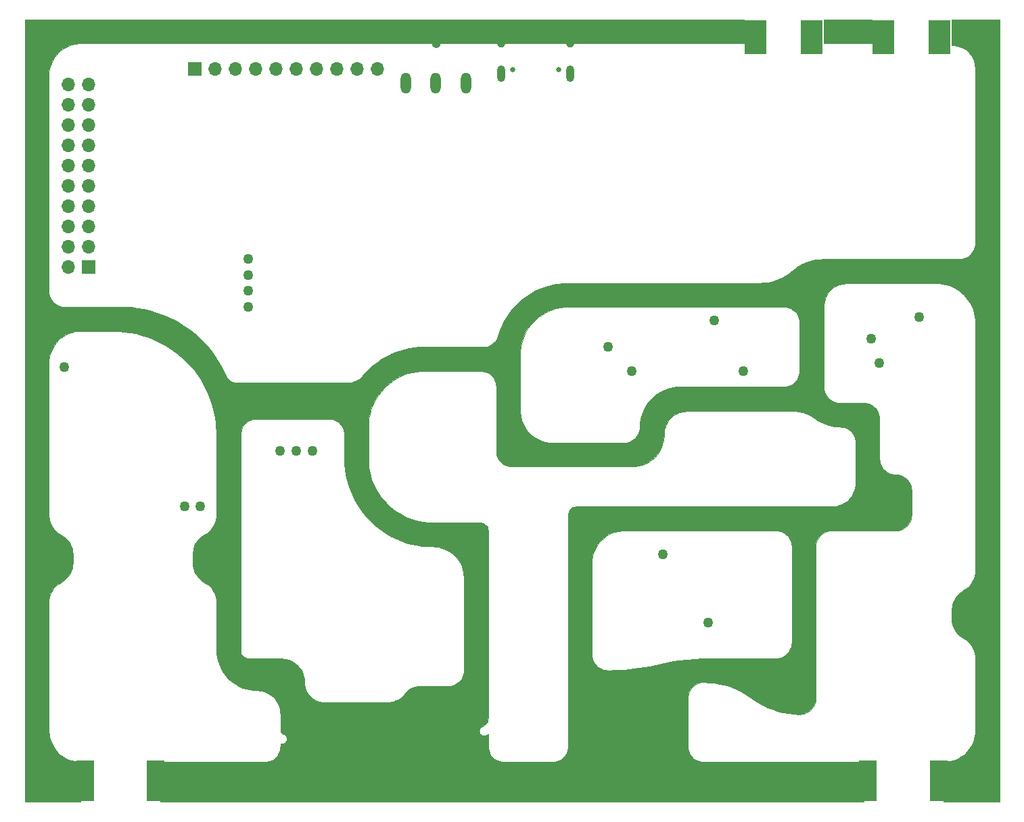
<source format=gbr>
%TF.GenerationSoftware,KiCad,Pcbnew,9.0.0*%
%TF.CreationDate,2025-02-25T23:04:32-05:00*%
%TF.ProjectId,VNA,564e412e-6b69-4636-9164-5f7063625858,rev?*%
%TF.SameCoordinates,PX535a28cPY8422900*%
%TF.FileFunction,Soldermask,Bot*%
%TF.FilePolarity,Negative*%
%FSLAX46Y46*%
G04 Gerber Fmt 4.6, Leading zero omitted, Abs format (unit mm)*
G04 Created by KiCad (PCBNEW 9.0.0) date 2025-02-25 23:04:32*
%MOMM*%
%LPD*%
G01*
G04 APERTURE LIST*
G04 Aperture macros list*
%AMRoundRect*
0 Rectangle with rounded corners*
0 $1 Rounding radius*
0 $2 $3 $4 $5 $6 $7 $8 $9 X,Y pos of 4 corners*
0 Add a 4 corners polygon primitive as box body*
4,1,4,$2,$3,$4,$5,$6,$7,$8,$9,$2,$3,0*
0 Add four circle primitives for the rounded corners*
1,1,$1+$1,$2,$3*
1,1,$1+$1,$4,$5*
1,1,$1+$1,$6,$7*
1,1,$1+$1,$8,$9*
0 Add four rect primitives between the rounded corners*
20,1,$1+$1,$2,$3,$4,$5,0*
20,1,$1+$1,$4,$5,$6,$7,0*
20,1,$1+$1,$6,$7,$8,$9,0*
20,1,$1+$1,$8,$9,$2,$3,0*%
G04 Aperture macros list end*
%ADD10C,0.100000*%
%ADD11R,1.700000X1.700000*%
%ADD12O,1.700000X1.700000*%
%ADD13C,0.650000*%
%ADD14O,1.000000X2.100000*%
%ADD15O,1.000000X1.800000*%
%ADD16R,2.286000X5.080000*%
%ADD17C,1.200000*%
%ADD18O,1.308000X2.616000*%
%ADD19R,2.667000X4.191000*%
%ADD20RoundRect,0.635000X0.000010X0.000010X-0.000010X0.000010X-0.000010X-0.000010X0.000010X-0.000010X0*%
%ADD21RoundRect,0.635000X-0.000010X-0.000010X0.000010X-0.000010X0.000010X0.000010X-0.000010X0.000010X0*%
G04 APERTURE END LIST*
D10*
X100018900Y92993600D02*
X106018900Y92993600D01*
X106018900Y95993600D01*
X100018900Y95993600D01*
X100018900Y92993600D01*
G36*
X100018900Y92993600D02*
G01*
X106018900Y92993600D01*
X106018900Y95993600D01*
X100018900Y95993600D01*
X100018900Y92993600D01*
G37*
X90018900Y92993600D02*
X81018900Y92993600D01*
X7018900Y92993600D01*
X6238539Y92916741D01*
X5857761Y92821361D01*
X5488166Y92689118D01*
X5133313Y92521285D01*
X4796619Y92319478D01*
X4481327Y92085642D01*
X4190473Y91822027D01*
X3926858Y91531173D01*
X3693022Y91215881D01*
X3491215Y90879187D01*
X3323382Y90524334D01*
X3191139Y90154739D01*
X3095759Y89773961D01*
X3038161Y89385669D01*
X3018900Y88993600D01*
X3018900Y61993600D01*
X3039257Y61708970D01*
X3099914Y61430135D01*
X3199636Y61162770D01*
X3336393Y60912318D01*
X3507401Y60683879D01*
X3709179Y60482101D01*
X3937618Y60311093D01*
X4188070Y60174336D01*
X4455435Y60074614D01*
X4734270Y60013957D01*
X5018900Y59993600D01*
X9018900Y59993600D01*
X11018900Y59993600D01*
X12556292Y60017720D01*
X13323765Y59968267D01*
X14087508Y59877955D01*
X14845347Y59747040D01*
X15595127Y59575895D01*
X16334712Y59365008D01*
X17061998Y59114978D01*
X17774915Y58826517D01*
X18471433Y58500446D01*
X19149570Y58137693D01*
X19807397Y57739292D01*
X20443040Y57306374D01*
X21054691Y56840173D01*
X21640608Y56342016D01*
X22199125Y55813321D01*
X22728651Y55255592D01*
X23227679Y54670416D01*
X23694789Y54059459D01*
X24128652Y53424461D01*
X24528032Y52767228D01*
X24891794Y52089631D01*
X25218900Y51393599D01*
X25218900Y51393600D01*
X25266350Y51292325D01*
X25318900Y51193600D01*
X25456272Y50993945D01*
X25626485Y50821431D01*
X25824278Y50681391D01*
X26043537Y50578151D01*
X26277488Y50514902D01*
X26518899Y50493600D01*
X26518900Y50493600D01*
X40318900Y50493600D01*
X40642700Y50505125D01*
X40962321Y50558238D01*
X41272446Y50652055D01*
X41567913Y50785015D01*
X41843804Y50954905D01*
X42095530Y51158899D01*
X42318900Y51393600D01*
X42735682Y51861805D01*
X43180884Y52303074D01*
X43652770Y52715684D01*
X44149496Y53098027D01*
X44669125Y53448611D01*
X45209629Y53766067D01*
X45659143Y53993600D01*
X62018900Y53993600D01*
X62018900Y51993600D01*
X62018900Y46993600D01*
X62095759Y46213239D01*
X62191139Y45832461D01*
X62323382Y45462866D01*
X62491215Y45108013D01*
X62693022Y44771319D01*
X62926858Y44456027D01*
X63190473Y44165173D01*
X63481327Y43901558D01*
X63796619Y43667722D01*
X64133313Y43465915D01*
X64488166Y43298082D01*
X64857761Y43165839D01*
X65238539Y43070459D01*
X65626831Y43012861D01*
X66018900Y42993600D01*
X75018900Y42993600D01*
X75303530Y43013957D01*
X75582365Y43074614D01*
X75849730Y43174336D01*
X76100182Y43311093D01*
X76328621Y43482101D01*
X76530399Y43683879D01*
X76701407Y43912318D01*
X76838164Y44162770D01*
X76937886Y44430135D01*
X76998543Y44708970D01*
X77018900Y44993600D01*
X77037927Y45429379D01*
X77094861Y45861841D01*
X77189271Y46287695D01*
X77320437Y46703701D01*
X77487361Y47106691D01*
X77688773Y47493600D01*
X77923140Y47861482D01*
X78188678Y48207538D01*
X78483366Y48529134D01*
X78804962Y48823822D01*
X79151018Y49089360D01*
X79518900Y49323727D01*
X79905809Y49525139D01*
X80308799Y49692063D01*
X80724805Y49823229D01*
X81150659Y49917639D01*
X81583121Y49974573D01*
X82018900Y49993600D01*
X95018900Y49993600D01*
X95303530Y50013957D01*
X95582365Y50074614D01*
X95849730Y50174336D01*
X96100182Y50311093D01*
X96328621Y50482101D01*
X96530399Y50683879D01*
X96701407Y50912318D01*
X96838164Y51162770D01*
X96937886Y51430135D01*
X96998543Y51708970D01*
X97018900Y51993600D01*
X97018900Y57993600D01*
X96998543Y58278230D01*
X96937886Y58557065D01*
X96838164Y58824430D01*
X96701407Y59074882D01*
X96530399Y59303321D01*
X96328621Y59505099D01*
X96100182Y59676107D01*
X95849730Y59812864D01*
X95582365Y59912586D01*
X95303530Y59973243D01*
X95018900Y59993600D01*
X75018900Y59993600D01*
X68018900Y59993600D01*
X67523424Y59973107D01*
X67031332Y59911768D01*
X66545987Y59810002D01*
X66070703Y59668503D01*
X65608727Y59488240D01*
X65163216Y59270443D01*
X64737211Y59016599D01*
X64333624Y58728443D01*
X63955211Y58407943D01*
X63604557Y58057289D01*
X63284057Y57678876D01*
X62995901Y57275289D01*
X62742057Y56849284D01*
X62524260Y56403773D01*
X62343997Y55941797D01*
X62202498Y55466513D01*
X62100732Y54981168D01*
X62039393Y54489076D01*
X62018900Y53993600D01*
X45659143Y53993600D01*
X45768900Y54049156D01*
X46344754Y54296774D01*
X46934946Y54507955D01*
X47537171Y54681875D01*
X48149080Y54817855D01*
X48768285Y54915364D01*
X49392370Y54974022D01*
X50018900Y54993600D01*
X57018900Y54993600D01*
X57570205Y54986671D01*
X57841431Y55039476D01*
X58102943Y55128716D01*
X58349870Y55252728D01*
X58577614Y55409203D01*
X58781934Y55595228D01*
X58959026Y55807337D01*
X59105591Y56041582D01*
X59218900Y56293600D01*
X59518900Y57093600D01*
X59751478Y57651519D01*
X60018900Y58193600D01*
X60666497Y59232273D01*
X61041383Y59716468D01*
X61448097Y60174253D01*
X61884784Y60603540D01*
X62349453Y61002371D01*
X62839983Y61368927D01*
X63354138Y61701536D01*
X63889572Y61998680D01*
X64443841Y62259004D01*
X65014419Y62481321D01*
X65598702Y62664616D01*
X66194025Y62808053D01*
X66527802Y62864963D01*
X66797672Y62910977D01*
X67406890Y62972921D01*
X68018900Y62993600D01*
X75018900Y62993600D01*
X92018900Y62993600D01*
X92503391Y63012923D01*
X92984804Y63070771D01*
X93460081Y63166777D01*
X93926202Y63300330D01*
X94380206Y63470581D01*
X94819208Y63676450D01*
X95240421Y63916628D01*
X95641166Y64189589D01*
X96018900Y64493600D01*
X96797379Y65070572D01*
X97218592Y65310750D01*
X97657594Y65516618D01*
X98111598Y65686870D01*
X98577719Y65820423D01*
X99052996Y65916428D01*
X99534409Y65974276D01*
X100018900Y65993600D01*
X117018900Y65993600D01*
X117303530Y66013957D01*
X117582365Y66074614D01*
X117849730Y66174336D01*
X118100182Y66311093D01*
X118328621Y66482101D01*
X118530399Y66683879D01*
X118701407Y66912318D01*
X118838164Y67162770D01*
X118937886Y67430135D01*
X118998543Y67708970D01*
X119018900Y67993600D01*
X119018900Y89793600D01*
X118943684Y90461163D01*
X118850550Y90784437D01*
X118721807Y91095251D01*
X118559073Y91389696D01*
X118364394Y91664069D01*
X118140220Y91914920D01*
X117889369Y92139094D01*
X117614996Y92333773D01*
X117320551Y92496507D01*
X117009737Y92625250D01*
X116686463Y92718384D01*
X116354793Y92774737D01*
X116018900Y92793600D01*
X116018900Y95993600D01*
X122018900Y95993600D01*
X122018900Y65993600D01*
X122018900Y-2006400D01*
X115018900Y-2006400D01*
X115018900Y2993600D01*
X115799261Y3070459D01*
X116180039Y3165839D01*
X116549634Y3298082D01*
X116904487Y3465915D01*
X117241181Y3667722D01*
X117556473Y3901558D01*
X117847327Y4165173D01*
X118110942Y4456027D01*
X118344778Y4771319D01*
X118546585Y5108013D01*
X118714418Y5462866D01*
X118846661Y5832461D01*
X118942041Y6213239D01*
X118999639Y6601531D01*
X119018900Y6993600D01*
X119018900Y15993600D01*
X118998493Y16333047D01*
X118937566Y16667604D01*
X118836996Y16992452D01*
X118698231Y17302912D01*
X118523272Y17594511D01*
X118314638Y17863048D01*
X118075334Y18104656D01*
X117808808Y18315855D01*
X117518899Y18493600D01*
X117518900Y18493600D01*
X117228991Y18671346D01*
X116962466Y18882544D01*
X116723162Y19124152D01*
X116514528Y19392690D01*
X116339569Y19684288D01*
X116200805Y19994748D01*
X116100235Y20319596D01*
X116039307Y20654153D01*
X116018900Y20993600D01*
X116018900Y21993600D01*
X116100234Y22667604D01*
X116200804Y22992452D01*
X116339568Y23302912D01*
X116514528Y23594511D01*
X116723162Y23863048D01*
X116962465Y24104656D01*
X117228991Y24315854D01*
X117518900Y24493600D01*
X117808809Y24671345D01*
X118075335Y24882544D01*
X118314638Y25124152D01*
X118523272Y25392690D01*
X118698231Y25684289D01*
X118836995Y25994748D01*
X118937565Y26319596D01*
X118998493Y26654154D01*
X119018900Y26993601D01*
X119018900Y57993600D01*
X118999873Y58429379D01*
X118942939Y58861841D01*
X118848529Y59287695D01*
X118717363Y59703701D01*
X118550439Y60106691D01*
X118349027Y60493600D01*
X118114660Y60861482D01*
X117849122Y61207538D01*
X117554434Y61529134D01*
X117232838Y61823822D01*
X116886782Y62089360D01*
X116518900Y62323727D01*
X116131991Y62525139D01*
X115729001Y62692063D01*
X115312995Y62823229D01*
X114887141Y62917639D01*
X114454679Y62974573D01*
X114018900Y62993600D01*
X103018900Y62993600D01*
X102351337Y62918384D01*
X102028063Y62825250D01*
X101717249Y62696507D01*
X101422804Y62533773D01*
X101148431Y62339094D01*
X100897580Y62114920D01*
X100673406Y61864069D01*
X100478727Y61589696D01*
X100315993Y61295251D01*
X100187250Y60984437D01*
X100094116Y60661163D01*
X100037763Y60329493D01*
X100018900Y59993600D01*
X100018900Y49993600D01*
X100039257Y49708970D01*
X100099914Y49430135D01*
X100199636Y49162770D01*
X100336393Y48912318D01*
X100507401Y48683879D01*
X100709179Y48482101D01*
X100937618Y48311093D01*
X101188070Y48174336D01*
X101455435Y48074614D01*
X101734270Y48013957D01*
X102018900Y47993600D01*
X105018900Y47993600D01*
X105303530Y47973243D01*
X105582365Y47912586D01*
X105849730Y47812864D01*
X106100182Y47676107D01*
X106328621Y47505099D01*
X106530399Y47303321D01*
X106701407Y47074882D01*
X106838164Y46824430D01*
X106937886Y46557065D01*
X106998543Y46278230D01*
X107018900Y45993600D01*
X107018900Y40993600D01*
X107039257Y40708970D01*
X107099914Y40430135D01*
X107199636Y40162770D01*
X107336393Y39912318D01*
X107507401Y39683879D01*
X107709179Y39482101D01*
X107937618Y39311093D01*
X108188070Y39174336D01*
X108455435Y39074614D01*
X108734270Y39013957D01*
X109018900Y38993600D01*
X109303530Y38973243D01*
X109582365Y38912586D01*
X109849730Y38812864D01*
X110100182Y38676107D01*
X110328621Y38505099D01*
X110530399Y38303321D01*
X110701407Y38074882D01*
X110838164Y37824430D01*
X110937886Y37557065D01*
X110998543Y37278230D01*
X111018900Y36993600D01*
X111018900Y33993600D01*
X110998543Y33708970D01*
X110937886Y33430135D01*
X110838164Y33162770D01*
X110701407Y32912318D01*
X110530399Y32683879D01*
X110328621Y32482101D01*
X110100182Y32311093D01*
X109849730Y32174336D01*
X109582365Y32074614D01*
X109303530Y32013957D01*
X109018900Y31993600D01*
X101018900Y31993600D01*
X100734270Y31973243D01*
X100455435Y31912586D01*
X100188070Y31812864D01*
X99937618Y31676107D01*
X99709179Y31505099D01*
X99507401Y31303321D01*
X99336393Y31074882D01*
X99199636Y30824430D01*
X99099914Y30557065D01*
X99039257Y30278230D01*
X99018900Y29993600D01*
X99018900Y17993600D01*
X99018900Y15993600D01*
X99018900Y10993600D01*
X98998543Y10708970D01*
X98937886Y10430135D01*
X98838164Y10162770D01*
X98701407Y9912318D01*
X98530399Y9683879D01*
X98328621Y9482101D01*
X98100182Y9311093D01*
X97849730Y9174336D01*
X97582365Y9074614D01*
X97303530Y9013957D01*
X97018900Y8993600D01*
X96310010Y9018758D01*
X95604686Y9094105D01*
X94906479Y9219262D01*
X94218900Y9393600D01*
X93621338Y9588565D01*
X93037274Y9820862D01*
X91918900Y10393600D01*
X91018900Y10993600D01*
X90490946Y11360843D01*
X89940733Y11693812D01*
X89370481Y11991160D01*
X88782495Y12251688D01*
X88179148Y12474344D01*
X87562877Y12658228D01*
X86936171Y12802597D01*
X86301561Y12906869D01*
X85661609Y12970623D01*
X85018900Y12993600D01*
X85018899Y12993600D01*
X84733892Y12974246D01*
X84454583Y12914327D01*
X84186716Y12815076D01*
X83935798Y12678532D01*
X83706989Y12507505D01*
X83504994Y12305510D01*
X83333967Y12076702D01*
X83197423Y11825784D01*
X83098172Y11557916D01*
X83038253Y11278607D01*
X83018900Y10993600D01*
X83018900Y7493600D01*
X83018900Y4993600D01*
X83039257Y4708970D01*
X83099914Y4430135D01*
X83199636Y4162770D01*
X83336393Y3912318D01*
X83507401Y3683879D01*
X83709179Y3482101D01*
X83937618Y3311093D01*
X84188070Y3174336D01*
X84455435Y3074614D01*
X84734270Y3013957D01*
X85018900Y2993600D01*
X105018900Y2993600D01*
X105018900Y-2006400D01*
X17018900Y-2006400D01*
X17018900Y2993600D01*
X30018900Y2993600D01*
X30303530Y3013957D01*
X30582365Y3074614D01*
X30849730Y3174336D01*
X31100182Y3311093D01*
X31328621Y3482101D01*
X31530399Y3683879D01*
X31701407Y3912318D01*
X31838164Y4162770D01*
X31937886Y4430135D01*
X31998543Y4708970D01*
X32018900Y4993600D01*
X32027800Y5307200D01*
X32117800Y5287200D01*
X32207800Y5277200D01*
X32287800Y5277200D01*
X32397800Y5307200D01*
X32547800Y5377200D01*
X32677800Y5487200D01*
X32767800Y5617200D01*
X32817800Y5767200D01*
X32827800Y5907200D01*
X32817800Y6037200D01*
X32757800Y6187200D01*
X32707800Y6267200D01*
X32567800Y6397200D01*
X32437800Y6477200D01*
X32307800Y6507200D01*
X32017800Y6747200D01*
X32018900Y8993600D01*
X32000037Y9329493D01*
X31943684Y9661163D01*
X31850550Y9984437D01*
X31721807Y10295251D01*
X31559073Y10589696D01*
X31364394Y10864069D01*
X31140220Y11114920D01*
X30889369Y11339094D01*
X30614996Y11533773D01*
X30320551Y11696507D01*
X30009737Y11825250D01*
X29686463Y11918384D01*
X29018901Y11993600D01*
X29018900Y11993600D01*
X28583121Y12012627D01*
X28150659Y12069561D01*
X27724805Y12163971D01*
X27308799Y12295137D01*
X26905809Y12462061D01*
X26518900Y12663473D01*
X26151018Y12897840D01*
X25804962Y13163378D01*
X25483366Y13458066D01*
X25188678Y13779662D01*
X24923140Y14125718D01*
X24688773Y14493600D01*
X24487361Y14880509D01*
X24320437Y15283499D01*
X24189271Y15699505D01*
X24094861Y16125359D01*
X24037927Y16557821D01*
X24018900Y16993600D01*
X24018900Y22993600D01*
X23998493Y23333047D01*
X23937566Y23667604D01*
X23836996Y23992452D01*
X23698231Y24302912D01*
X23523272Y24594511D01*
X23314638Y24863048D01*
X23075334Y25104656D01*
X22808808Y25315855D01*
X22518899Y25493600D01*
X22518900Y25493600D01*
X22228991Y25671346D01*
X21962466Y25882544D01*
X21723162Y26124152D01*
X21514528Y26392690D01*
X21339569Y26684288D01*
X21200805Y26994748D01*
X21100235Y27319596D01*
X21039307Y27654153D01*
X21018900Y27993600D01*
X21018900Y28993600D01*
X21100234Y29667604D01*
X21200804Y29992452D01*
X21339568Y30302912D01*
X21514528Y30594511D01*
X21723162Y30863048D01*
X21962465Y31104656D01*
X22228991Y31315854D01*
X22518900Y31493600D01*
X22808809Y31671345D01*
X23075335Y31882544D01*
X23314638Y32124152D01*
X23523272Y32392690D01*
X23698231Y32684289D01*
X23836995Y32994748D01*
X23937565Y33319596D01*
X23998493Y33654154D01*
X24018900Y33993601D01*
X24018900Y43993600D01*
X27018900Y43993600D01*
X27018900Y16993600D01*
X27095020Y16610917D01*
X27187430Y16438030D01*
X27311793Y16286493D01*
X27463330Y16162130D01*
X27636217Y16069720D01*
X27823810Y16012815D01*
X28018900Y15993600D01*
X32018900Y15993600D01*
X32686463Y15918384D01*
X33009737Y15825250D01*
X33320551Y15696507D01*
X33614996Y15533773D01*
X33889369Y15339094D01*
X34140220Y15114920D01*
X34364394Y14864069D01*
X34559073Y14589696D01*
X34721807Y14295251D01*
X34850550Y13984437D01*
X34943684Y13661163D01*
X35000037Y13329493D01*
X35018900Y12993600D01*
X35040288Y12667285D01*
X35104085Y12346552D01*
X35209201Y12036891D01*
X35353836Y11743600D01*
X35535517Y11471696D01*
X35751133Y11225833D01*
X35996996Y11010217D01*
X36268900Y10828536D01*
X36562191Y10683901D01*
X36871852Y10578785D01*
X37192585Y10514988D01*
X37518900Y10493600D01*
X40118900Y10493600D01*
X41018900Y10493600D01*
X45518900Y10493600D01*
X46173532Y10580830D01*
X46486484Y10688436D01*
X46782481Y10836434D01*
X47056337Y11022233D01*
X47303252Y11242575D01*
X47518900Y11493600D01*
X47981464Y11964968D01*
X48255319Y12150766D01*
X48551316Y12298764D01*
X48864268Y12406370D01*
X49188692Y12471697D01*
X49518901Y12493600D01*
X53018900Y12493600D01*
X53303530Y12513957D01*
X53582365Y12574614D01*
X53849730Y12674336D01*
X54100182Y12811093D01*
X54328621Y12982101D01*
X54530399Y13183879D01*
X54701407Y13412318D01*
X54838164Y13662770D01*
X54937886Y13930135D01*
X54998543Y14208970D01*
X55018900Y14493600D01*
X55018900Y25993600D01*
X54942041Y26773961D01*
X54846661Y27154739D01*
X54714418Y27524334D01*
X54546585Y27879187D01*
X54344778Y28215881D01*
X54110942Y28531173D01*
X53847327Y28822027D01*
X53556473Y29085642D01*
X53241181Y29319478D01*
X52904487Y29521285D01*
X52549634Y29689118D01*
X52180039Y29821361D01*
X51799261Y29916741D01*
X51410969Y29974339D01*
X51018900Y29993600D01*
X50268235Y30039007D01*
X49692997Y30073802D01*
X49036095Y30173781D01*
X48386428Y30313240D01*
X47746366Y30491670D01*
X47118246Y30708421D01*
X46504359Y30962702D01*
X45906945Y31253584D01*
X45328184Y31580006D01*
X44770188Y31940777D01*
X44234992Y32334582D01*
X43724551Y32759982D01*
X43240725Y33215425D01*
X42785282Y33699251D01*
X42359882Y34209692D01*
X41966077Y34744888D01*
X41605306Y35302884D01*
X41278884Y35881645D01*
X40988002Y36479059D01*
X40733721Y37092946D01*
X40516970Y37721066D01*
X40338540Y38361128D01*
X40199081Y39010795D01*
X40099102Y39667697D01*
X40038969Y40329437D01*
X40018900Y40993600D01*
X40018900Y43993600D01*
X39998543Y44278230D01*
X39937886Y44557065D01*
X39838164Y44824430D01*
X39745790Y44993600D01*
X43018900Y44993600D01*
X43018900Y40993600D01*
X43039283Y40422887D01*
X43100328Y39855081D01*
X43201725Y39293078D01*
X43342956Y38739740D01*
X43523302Y38197887D01*
X43741844Y37670280D01*
X43997468Y37159608D01*
X44288872Y36668473D01*
X44614570Y36199379D01*
X44972903Y35754714D01*
X45362046Y35336746D01*
X45780014Y34947603D01*
X46224679Y34589270D01*
X46693773Y34263572D01*
X47184908Y33972168D01*
X47695580Y33716544D01*
X48223187Y33498002D01*
X48765040Y33317656D01*
X49318378Y33176425D01*
X49880381Y33075028D01*
X50448187Y33013983D01*
X51018900Y32993600D01*
X57018900Y32993600D01*
X57401583Y32917480D01*
X57574470Y32825070D01*
X57726007Y32700707D01*
X57850370Y32549170D01*
X57942780Y32376283D01*
X57999685Y32188690D01*
X58018900Y31993600D01*
X58018900Y9493600D01*
X58018900Y8993600D01*
X58018900Y8493600D01*
X58000491Y8298173D01*
X57944082Y8110161D01*
X57851867Y7936878D01*
X57727433Y7785066D01*
X57575622Y7660632D01*
X57498757Y7619727D01*
X57497800Y7617200D01*
X57287800Y7467200D01*
X57167800Y7397200D01*
X57117800Y7357200D01*
X57047800Y7287200D01*
X56967800Y7177200D01*
X56917800Y7037200D01*
X56897800Y6897200D01*
X56917800Y6737200D01*
X56977800Y6597200D01*
X57057800Y6477200D01*
X57167800Y6387200D01*
X57297800Y6317200D01*
X57467800Y6287200D01*
X57687800Y6297200D01*
X57857800Y6377200D01*
X58017800Y6497200D01*
X58018900Y4993600D01*
X58039257Y4708970D01*
X58099914Y4430135D01*
X58199636Y4162770D01*
X58336393Y3912318D01*
X58507401Y3683879D01*
X58709179Y3482101D01*
X58937618Y3311093D01*
X59188070Y3174336D01*
X59455435Y3074614D01*
X59734270Y3013957D01*
X60018900Y2993600D01*
X66018900Y2993600D01*
X66303530Y3013957D01*
X66582365Y3074614D01*
X66849730Y3174336D01*
X67100182Y3311093D01*
X67328621Y3482101D01*
X67530399Y3683879D01*
X67701407Y3912318D01*
X67838164Y4162770D01*
X67937886Y4430135D01*
X67998543Y4708970D01*
X68018900Y4993600D01*
X68018900Y7493600D01*
X68018900Y27993600D01*
X71018900Y27993600D01*
X71018900Y16493600D01*
X71039257Y16208970D01*
X71099914Y15930135D01*
X71199636Y15662770D01*
X71336393Y15412318D01*
X71507401Y15183879D01*
X71709179Y14982101D01*
X71937618Y14811093D01*
X72188070Y14674336D01*
X72455435Y14574614D01*
X72734270Y14513957D01*
X73018900Y14493600D01*
X74084927Y14513657D01*
X75149444Y14573799D01*
X76210946Y14673940D01*
X78318900Y14993600D01*
X79718900Y15293600D01*
X80785203Y15524258D01*
X81860262Y15709876D01*
X82942175Y15850124D01*
X84822446Y15974060D01*
X85118900Y15993600D01*
X94018900Y15993600D01*
X94303530Y16013957D01*
X94582365Y16074614D01*
X94849730Y16174336D01*
X95100182Y16311093D01*
X95328621Y16482101D01*
X95530399Y16683879D01*
X95701407Y16912318D01*
X95838164Y17162770D01*
X95937886Y17430135D01*
X95998543Y17708970D01*
X96018900Y17993600D01*
X96018900Y29993600D01*
X95998543Y30278230D01*
X95937886Y30557065D01*
X95838164Y30824430D01*
X95701407Y31074882D01*
X95530399Y31303321D01*
X95328621Y31505099D01*
X95100182Y31676107D01*
X94849730Y31812864D01*
X94582365Y31912586D01*
X94303530Y31973243D01*
X94018900Y31993600D01*
X75018900Y31993600D01*
X74238539Y31916741D01*
X73857761Y31821361D01*
X73488166Y31689118D01*
X73133313Y31521285D01*
X72796619Y31319478D01*
X72481327Y31085642D01*
X72190473Y30822027D01*
X71926858Y30531173D01*
X71693022Y30215881D01*
X71491215Y29879187D01*
X71323382Y29524334D01*
X71191139Y29154739D01*
X71095759Y28773961D01*
X71038161Y28385669D01*
X71018900Y27993600D01*
X68018900Y27993600D01*
X68018900Y33993600D01*
X68095020Y34376283D01*
X68187430Y34549170D01*
X68311793Y34700707D01*
X68463330Y34825070D01*
X68636217Y34917480D01*
X68823810Y34974385D01*
X69018900Y34993600D01*
X96018900Y34993600D01*
X99018900Y34993600D01*
X101018900Y34993600D01*
X101686463Y35068816D01*
X102009737Y35161950D01*
X102320551Y35290693D01*
X102614996Y35453427D01*
X102889369Y35648106D01*
X103140220Y35872280D01*
X103364394Y36123131D01*
X103559073Y36397504D01*
X103721807Y36691949D01*
X103850550Y37002763D01*
X103943684Y37326037D01*
X104000037Y37657707D01*
X104018900Y37993600D01*
X104018900Y42993600D01*
X103998543Y43278230D01*
X103937886Y43557065D01*
X103838164Y43824430D01*
X103701407Y44074882D01*
X103530399Y44303321D01*
X103328621Y44505099D01*
X103100182Y44676107D01*
X102849730Y44812864D01*
X102582365Y44912586D01*
X102303530Y44973243D01*
X102018900Y44993600D01*
X101559904Y45014713D01*
X101322629Y45047640D01*
X101104783Y45077871D01*
X100657383Y45182543D01*
X100221480Y45327844D01*
X99800757Y45512547D01*
X99398765Y45735092D01*
X99018901Y45993600D01*
X99018900Y45993600D01*
X98237044Y46474653D01*
X97816320Y46659356D01*
X97380417Y46804657D01*
X96933017Y46909329D01*
X96477896Y46972488D01*
X96018900Y46993600D01*
X83018900Y46993600D01*
X82351337Y46918384D01*
X82028063Y46825250D01*
X81717249Y46696507D01*
X81422804Y46533773D01*
X81148431Y46339094D01*
X80897580Y46114920D01*
X80673406Y45864069D01*
X80478727Y45589696D01*
X80315993Y45295251D01*
X80187250Y44984437D01*
X80094116Y44661163D01*
X80037763Y44329493D01*
X80018900Y43993600D01*
X79942041Y43213239D01*
X79846661Y42832461D01*
X79714418Y42462866D01*
X79546585Y42108013D01*
X79344778Y41771319D01*
X79110942Y41456027D01*
X78847327Y41165173D01*
X78556473Y40901558D01*
X78241181Y40667722D01*
X77904487Y40465915D01*
X77549634Y40298082D01*
X77180039Y40165839D01*
X76799261Y40070459D01*
X76410969Y40012861D01*
X76018900Y39993600D01*
X61018900Y39993600D01*
X60734270Y40013957D01*
X60455435Y40074614D01*
X60188070Y40174336D01*
X59937618Y40311093D01*
X59709179Y40482101D01*
X59507401Y40683879D01*
X59336393Y40912318D01*
X59199636Y41162770D01*
X59099914Y41430135D01*
X59039257Y41708970D01*
X59018900Y41993600D01*
X59018900Y49993600D01*
X58998543Y50278230D01*
X58937886Y50557065D01*
X58838164Y50824430D01*
X58701407Y51074882D01*
X58530399Y51303321D01*
X58328621Y51505099D01*
X58100182Y51676107D01*
X57849730Y51812864D01*
X57582365Y51912586D01*
X57303530Y51973243D01*
X57018900Y51993600D01*
X50018900Y51993600D01*
X49495789Y51974027D01*
X48975604Y51915416D01*
X48461253Y51818095D01*
X47955614Y51682610D01*
X47461513Y51509716D01*
X46981714Y51300382D01*
X46518900Y51055778D01*
X46075660Y50777271D01*
X45654471Y50466420D01*
X45257691Y50124963D01*
X44887537Y49754809D01*
X44546080Y49358029D01*
X44235229Y48936840D01*
X43956722Y48493600D01*
X43712118Y48030786D01*
X43502784Y47550987D01*
X43329890Y47056886D01*
X43194405Y46551247D01*
X43097084Y46036896D01*
X43038473Y45516711D01*
X43018900Y44993600D01*
X39745790Y44993600D01*
X39701407Y45074882D01*
X39530399Y45303321D01*
X39328621Y45505099D01*
X39100182Y45676107D01*
X38849730Y45812864D01*
X38582365Y45912586D01*
X38303530Y45973243D01*
X38018900Y45993600D01*
X29018900Y45993600D01*
X28734270Y45973243D01*
X28455435Y45912586D01*
X28188070Y45812864D01*
X27937618Y45676107D01*
X27709179Y45505099D01*
X27507401Y45303321D01*
X27336393Y45074882D01*
X27199636Y44824430D01*
X27099914Y44557065D01*
X27039257Y44278230D01*
X27018900Y43993600D01*
X24018900Y43993600D01*
X23937159Y45449138D01*
X23835223Y46171181D01*
X23692963Y46886372D01*
X23510825Y47592462D01*
X23289383Y48287228D01*
X23029334Y48968485D01*
X22731495Y49634089D01*
X22396804Y50281946D01*
X22026315Y50910017D01*
X21621191Y51516327D01*
X21182709Y52098967D01*
X20712248Y52656106D01*
X20211288Y53185988D01*
X19681406Y53686948D01*
X19124267Y54157409D01*
X18541627Y54595891D01*
X17935317Y55001015D01*
X17307246Y55371504D01*
X16659389Y55706195D01*
X15993785Y56004034D01*
X15312528Y56264083D01*
X14617762Y56485525D01*
X13911672Y56667663D01*
X13196481Y56809923D01*
X12474438Y56911859D01*
X11747816Y56973149D01*
X11018900Y56993600D01*
X9018900Y56993600D01*
X7018900Y56993600D01*
X6238539Y56916741D01*
X5857761Y56821361D01*
X5488166Y56689118D01*
X5133313Y56521285D01*
X4796619Y56319478D01*
X4481327Y56085642D01*
X4190473Y55822027D01*
X3926858Y55531173D01*
X3693022Y55215881D01*
X3491215Y54879187D01*
X3323382Y54524334D01*
X3191139Y54154739D01*
X3095759Y53773961D01*
X3038161Y53385669D01*
X3018900Y52993600D01*
X3018900Y33993600D01*
X3100234Y33319596D01*
X3200804Y32994748D01*
X3339569Y32684289D01*
X3514528Y32392690D01*
X3723162Y32124152D01*
X3962465Y31882544D01*
X4228991Y31671346D01*
X4518900Y31493600D01*
X4808809Y31315854D01*
X5075334Y31104656D01*
X5314638Y30863047D01*
X5523272Y30594510D01*
X5698231Y30302911D01*
X5836995Y29992451D01*
X5937565Y29667603D01*
X5998493Y29333046D01*
X6018900Y28993599D01*
X6018900Y27993600D01*
X5998493Y27654153D01*
X5937565Y27319596D01*
X5836995Y26994748D01*
X5698231Y26684288D01*
X5523272Y26392690D01*
X5314638Y26124152D01*
X5075334Y25882544D01*
X4808808Y25671346D01*
X4518900Y25493600D01*
X4228992Y25315854D01*
X3962466Y25104655D01*
X3723163Y24863047D01*
X3514529Y24594510D01*
X3339569Y24302911D01*
X3200805Y23992452D01*
X3100235Y23667604D01*
X3039307Y23333047D01*
X3018900Y22993600D01*
X3018900Y6993600D01*
X3095759Y6213239D01*
X3191139Y5832461D01*
X3323382Y5462866D01*
X3491215Y5108013D01*
X3693022Y4771319D01*
X3926858Y4456027D01*
X4190473Y4165173D01*
X4481327Y3901558D01*
X4796619Y3667722D01*
X5133313Y3465915D01*
X5488166Y3298082D01*
X5857761Y3165839D01*
X6238539Y3070459D01*
X6626831Y3012861D01*
X7018900Y2993600D01*
X7018900Y-2006400D01*
X18900Y-2006400D01*
X18900Y95993600D01*
X81018900Y95993600D01*
X90018900Y95993600D01*
X90018900Y92993600D01*
G36*
X90018900Y92993600D02*
G01*
X81018900Y92993600D01*
X7018900Y92993600D01*
X6238539Y92916741D01*
X5857761Y92821361D01*
X5488166Y92689118D01*
X5133313Y92521285D01*
X4796619Y92319478D01*
X4481327Y92085642D01*
X4190473Y91822027D01*
X3926858Y91531173D01*
X3693022Y91215881D01*
X3491215Y90879187D01*
X3323382Y90524334D01*
X3191139Y90154739D01*
X3095759Y89773961D01*
X3038161Y89385669D01*
X3018900Y88993600D01*
X3018900Y61993600D01*
X3039257Y61708970D01*
X3099914Y61430135D01*
X3199636Y61162770D01*
X3336393Y60912318D01*
X3507401Y60683879D01*
X3709179Y60482101D01*
X3937618Y60311093D01*
X4188070Y60174336D01*
X4455435Y60074614D01*
X4734270Y60013957D01*
X5018900Y59993600D01*
X9018900Y59993600D01*
X11018900Y59993600D01*
X12556292Y60017720D01*
X13323765Y59968267D01*
X14087508Y59877955D01*
X14845347Y59747040D01*
X15595127Y59575895D01*
X16334712Y59365008D01*
X17061998Y59114978D01*
X17774915Y58826517D01*
X18471433Y58500446D01*
X19149570Y58137693D01*
X19807397Y57739292D01*
X20443040Y57306374D01*
X21054691Y56840173D01*
X21640608Y56342016D01*
X22199125Y55813321D01*
X22728651Y55255592D01*
X23227679Y54670416D01*
X23694789Y54059459D01*
X24128652Y53424461D01*
X24528032Y52767228D01*
X24891794Y52089631D01*
X25218900Y51393599D01*
X25218900Y51393600D01*
X25266350Y51292325D01*
X25318900Y51193600D01*
X25456272Y50993945D01*
X25626485Y50821431D01*
X25824278Y50681391D01*
X26043537Y50578151D01*
X26277488Y50514902D01*
X26518899Y50493600D01*
X26518900Y50493600D01*
X40318900Y50493600D01*
X40642700Y50505125D01*
X40962321Y50558238D01*
X41272446Y50652055D01*
X41567913Y50785015D01*
X41843804Y50954905D01*
X42095530Y51158899D01*
X42318900Y51393600D01*
X42735682Y51861805D01*
X43180884Y52303074D01*
X43652770Y52715684D01*
X44149496Y53098027D01*
X44669125Y53448611D01*
X45209629Y53766067D01*
X45659143Y53993600D01*
X62018900Y53993600D01*
X62018900Y51993600D01*
X62018900Y46993600D01*
X62095759Y46213239D01*
X62191139Y45832461D01*
X62323382Y45462866D01*
X62491215Y45108013D01*
X62693022Y44771319D01*
X62926858Y44456027D01*
X63190473Y44165173D01*
X63481327Y43901558D01*
X63796619Y43667722D01*
X64133313Y43465915D01*
X64488166Y43298082D01*
X64857761Y43165839D01*
X65238539Y43070459D01*
X65626831Y43012861D01*
X66018900Y42993600D01*
X75018900Y42993600D01*
X75303530Y43013957D01*
X75582365Y43074614D01*
X75849730Y43174336D01*
X76100182Y43311093D01*
X76328621Y43482101D01*
X76530399Y43683879D01*
X76701407Y43912318D01*
X76838164Y44162770D01*
X76937886Y44430135D01*
X76998543Y44708970D01*
X77018900Y44993600D01*
X77037927Y45429379D01*
X77094861Y45861841D01*
X77189271Y46287695D01*
X77320437Y46703701D01*
X77487361Y47106691D01*
X77688773Y47493600D01*
X77923140Y47861482D01*
X78188678Y48207538D01*
X78483366Y48529134D01*
X78804962Y48823822D01*
X79151018Y49089360D01*
X79518900Y49323727D01*
X79905809Y49525139D01*
X80308799Y49692063D01*
X80724805Y49823229D01*
X81150659Y49917639D01*
X81583121Y49974573D01*
X82018900Y49993600D01*
X95018900Y49993600D01*
X95303530Y50013957D01*
X95582365Y50074614D01*
X95849730Y50174336D01*
X96100182Y50311093D01*
X96328621Y50482101D01*
X96530399Y50683879D01*
X96701407Y50912318D01*
X96838164Y51162770D01*
X96937886Y51430135D01*
X96998543Y51708970D01*
X97018900Y51993600D01*
X97018900Y57993600D01*
X96998543Y58278230D01*
X96937886Y58557065D01*
X96838164Y58824430D01*
X96701407Y59074882D01*
X96530399Y59303321D01*
X96328621Y59505099D01*
X96100182Y59676107D01*
X95849730Y59812864D01*
X95582365Y59912586D01*
X95303530Y59973243D01*
X95018900Y59993600D01*
X75018900Y59993600D01*
X68018900Y59993600D01*
X67523424Y59973107D01*
X67031332Y59911768D01*
X66545987Y59810002D01*
X66070703Y59668503D01*
X65608727Y59488240D01*
X65163216Y59270443D01*
X64737211Y59016599D01*
X64333624Y58728443D01*
X63955211Y58407943D01*
X63604557Y58057289D01*
X63284057Y57678876D01*
X62995901Y57275289D01*
X62742057Y56849284D01*
X62524260Y56403773D01*
X62343997Y55941797D01*
X62202498Y55466513D01*
X62100732Y54981168D01*
X62039393Y54489076D01*
X62018900Y53993600D01*
X45659143Y53993600D01*
X45768900Y54049156D01*
X46344754Y54296774D01*
X46934946Y54507955D01*
X47537171Y54681875D01*
X48149080Y54817855D01*
X48768285Y54915364D01*
X49392370Y54974022D01*
X50018900Y54993600D01*
X57018900Y54993600D01*
X57570205Y54986671D01*
X57841431Y55039476D01*
X58102943Y55128716D01*
X58349870Y55252728D01*
X58577614Y55409203D01*
X58781934Y55595228D01*
X58959026Y55807337D01*
X59105591Y56041582D01*
X59218900Y56293600D01*
X59518900Y57093600D01*
X59751478Y57651519D01*
X60018900Y58193600D01*
X60666497Y59232273D01*
X61041383Y59716468D01*
X61448097Y60174253D01*
X61884784Y60603540D01*
X62349453Y61002371D01*
X62839983Y61368927D01*
X63354138Y61701536D01*
X63889572Y61998680D01*
X64443841Y62259004D01*
X65014419Y62481321D01*
X65598702Y62664616D01*
X66194025Y62808053D01*
X66527802Y62864963D01*
X66797672Y62910977D01*
X67406890Y62972921D01*
X68018900Y62993600D01*
X75018900Y62993600D01*
X92018900Y62993600D01*
X92503391Y63012923D01*
X92984804Y63070771D01*
X93460081Y63166777D01*
X93926202Y63300330D01*
X94380206Y63470581D01*
X94819208Y63676450D01*
X95240421Y63916628D01*
X95641166Y64189589D01*
X96018900Y64493600D01*
X96797379Y65070572D01*
X97218592Y65310750D01*
X97657594Y65516618D01*
X98111598Y65686870D01*
X98577719Y65820423D01*
X99052996Y65916428D01*
X99534409Y65974276D01*
X100018900Y65993600D01*
X117018900Y65993600D01*
X117303530Y66013957D01*
X117582365Y66074614D01*
X117849730Y66174336D01*
X118100182Y66311093D01*
X118328621Y66482101D01*
X118530399Y66683879D01*
X118701407Y66912318D01*
X118838164Y67162770D01*
X118937886Y67430135D01*
X118998543Y67708970D01*
X119018900Y67993600D01*
X119018900Y89793600D01*
X118943684Y90461163D01*
X118850550Y90784437D01*
X118721807Y91095251D01*
X118559073Y91389696D01*
X118364394Y91664069D01*
X118140220Y91914920D01*
X117889369Y92139094D01*
X117614996Y92333773D01*
X117320551Y92496507D01*
X117009737Y92625250D01*
X116686463Y92718384D01*
X116354793Y92774737D01*
X116018900Y92793600D01*
X116018900Y95993600D01*
X122018900Y95993600D01*
X122018900Y65993600D01*
X122018900Y-2006400D01*
X115018900Y-2006400D01*
X115018900Y2993600D01*
X115799261Y3070459D01*
X116180039Y3165839D01*
X116549634Y3298082D01*
X116904487Y3465915D01*
X117241181Y3667722D01*
X117556473Y3901558D01*
X117847327Y4165173D01*
X118110942Y4456027D01*
X118344778Y4771319D01*
X118546585Y5108013D01*
X118714418Y5462866D01*
X118846661Y5832461D01*
X118942041Y6213239D01*
X118999639Y6601531D01*
X119018900Y6993600D01*
X119018900Y15993600D01*
X118998493Y16333047D01*
X118937566Y16667604D01*
X118836996Y16992452D01*
X118698231Y17302912D01*
X118523272Y17594511D01*
X118314638Y17863048D01*
X118075334Y18104656D01*
X117808808Y18315855D01*
X117518899Y18493600D01*
X117518900Y18493600D01*
X117228991Y18671346D01*
X116962466Y18882544D01*
X116723162Y19124152D01*
X116514528Y19392690D01*
X116339569Y19684288D01*
X116200805Y19994748D01*
X116100235Y20319596D01*
X116039307Y20654153D01*
X116018900Y20993600D01*
X116018900Y21993600D01*
X116100234Y22667604D01*
X116200804Y22992452D01*
X116339568Y23302912D01*
X116514528Y23594511D01*
X116723162Y23863048D01*
X116962465Y24104656D01*
X117228991Y24315854D01*
X117518900Y24493600D01*
X117808809Y24671345D01*
X118075335Y24882544D01*
X118314638Y25124152D01*
X118523272Y25392690D01*
X118698231Y25684289D01*
X118836995Y25994748D01*
X118937565Y26319596D01*
X118998493Y26654154D01*
X119018900Y26993601D01*
X119018900Y57993600D01*
X118999873Y58429379D01*
X118942939Y58861841D01*
X118848529Y59287695D01*
X118717363Y59703701D01*
X118550439Y60106691D01*
X118349027Y60493600D01*
X118114660Y60861482D01*
X117849122Y61207538D01*
X117554434Y61529134D01*
X117232838Y61823822D01*
X116886782Y62089360D01*
X116518900Y62323727D01*
X116131991Y62525139D01*
X115729001Y62692063D01*
X115312995Y62823229D01*
X114887141Y62917639D01*
X114454679Y62974573D01*
X114018900Y62993600D01*
X103018900Y62993600D01*
X102351337Y62918384D01*
X102028063Y62825250D01*
X101717249Y62696507D01*
X101422804Y62533773D01*
X101148431Y62339094D01*
X100897580Y62114920D01*
X100673406Y61864069D01*
X100478727Y61589696D01*
X100315993Y61295251D01*
X100187250Y60984437D01*
X100094116Y60661163D01*
X100037763Y60329493D01*
X100018900Y59993600D01*
X100018900Y49993600D01*
X100039257Y49708970D01*
X100099914Y49430135D01*
X100199636Y49162770D01*
X100336393Y48912318D01*
X100507401Y48683879D01*
X100709179Y48482101D01*
X100937618Y48311093D01*
X101188070Y48174336D01*
X101455435Y48074614D01*
X101734270Y48013957D01*
X102018900Y47993600D01*
X105018900Y47993600D01*
X105303530Y47973243D01*
X105582365Y47912586D01*
X105849730Y47812864D01*
X106100182Y47676107D01*
X106328621Y47505099D01*
X106530399Y47303321D01*
X106701407Y47074882D01*
X106838164Y46824430D01*
X106937886Y46557065D01*
X106998543Y46278230D01*
X107018900Y45993600D01*
X107018900Y40993600D01*
X107039257Y40708970D01*
X107099914Y40430135D01*
X107199636Y40162770D01*
X107336393Y39912318D01*
X107507401Y39683879D01*
X107709179Y39482101D01*
X107937618Y39311093D01*
X108188070Y39174336D01*
X108455435Y39074614D01*
X108734270Y39013957D01*
X109018900Y38993600D01*
X109303530Y38973243D01*
X109582365Y38912586D01*
X109849730Y38812864D01*
X110100182Y38676107D01*
X110328621Y38505099D01*
X110530399Y38303321D01*
X110701407Y38074882D01*
X110838164Y37824430D01*
X110937886Y37557065D01*
X110998543Y37278230D01*
X111018900Y36993600D01*
X111018900Y33993600D01*
X110998543Y33708970D01*
X110937886Y33430135D01*
X110838164Y33162770D01*
X110701407Y32912318D01*
X110530399Y32683879D01*
X110328621Y32482101D01*
X110100182Y32311093D01*
X109849730Y32174336D01*
X109582365Y32074614D01*
X109303530Y32013957D01*
X109018900Y31993600D01*
X101018900Y31993600D01*
X100734270Y31973243D01*
X100455435Y31912586D01*
X100188070Y31812864D01*
X99937618Y31676107D01*
X99709179Y31505099D01*
X99507401Y31303321D01*
X99336393Y31074882D01*
X99199636Y30824430D01*
X99099914Y30557065D01*
X99039257Y30278230D01*
X99018900Y29993600D01*
X99018900Y17993600D01*
X99018900Y15993600D01*
X99018900Y10993600D01*
X98998543Y10708970D01*
X98937886Y10430135D01*
X98838164Y10162770D01*
X98701407Y9912318D01*
X98530399Y9683879D01*
X98328621Y9482101D01*
X98100182Y9311093D01*
X97849730Y9174336D01*
X97582365Y9074614D01*
X97303530Y9013957D01*
X97018900Y8993600D01*
X96310010Y9018758D01*
X95604686Y9094105D01*
X94906479Y9219262D01*
X94218900Y9393600D01*
X93621338Y9588565D01*
X93037274Y9820862D01*
X91918900Y10393600D01*
X91018900Y10993600D01*
X90490946Y11360843D01*
X89940733Y11693812D01*
X89370481Y11991160D01*
X88782495Y12251688D01*
X88179148Y12474344D01*
X87562877Y12658228D01*
X86936171Y12802597D01*
X86301561Y12906869D01*
X85661609Y12970623D01*
X85018900Y12993600D01*
X85018899Y12993600D01*
X84733892Y12974246D01*
X84454583Y12914327D01*
X84186716Y12815076D01*
X83935798Y12678532D01*
X83706989Y12507505D01*
X83504994Y12305510D01*
X83333967Y12076702D01*
X83197423Y11825784D01*
X83098172Y11557916D01*
X83038253Y11278607D01*
X83018900Y10993600D01*
X83018900Y7493600D01*
X83018900Y4993600D01*
X83039257Y4708970D01*
X83099914Y4430135D01*
X83199636Y4162770D01*
X83336393Y3912318D01*
X83507401Y3683879D01*
X83709179Y3482101D01*
X83937618Y3311093D01*
X84188070Y3174336D01*
X84455435Y3074614D01*
X84734270Y3013957D01*
X85018900Y2993600D01*
X105018900Y2993600D01*
X105018900Y-2006400D01*
X17018900Y-2006400D01*
X17018900Y2993600D01*
X30018900Y2993600D01*
X30303530Y3013957D01*
X30582365Y3074614D01*
X30849730Y3174336D01*
X31100182Y3311093D01*
X31328621Y3482101D01*
X31530399Y3683879D01*
X31701407Y3912318D01*
X31838164Y4162770D01*
X31937886Y4430135D01*
X31998543Y4708970D01*
X32018900Y4993600D01*
X32027800Y5307200D01*
X32117800Y5287200D01*
X32207800Y5277200D01*
X32287800Y5277200D01*
X32397800Y5307200D01*
X32547800Y5377200D01*
X32677800Y5487200D01*
X32767800Y5617200D01*
X32817800Y5767200D01*
X32827800Y5907200D01*
X32817800Y6037200D01*
X32757800Y6187200D01*
X32707800Y6267200D01*
X32567800Y6397200D01*
X32437800Y6477200D01*
X32307800Y6507200D01*
X32017800Y6747200D01*
X32018900Y8993600D01*
X32000037Y9329493D01*
X31943684Y9661163D01*
X31850550Y9984437D01*
X31721807Y10295251D01*
X31559073Y10589696D01*
X31364394Y10864069D01*
X31140220Y11114920D01*
X30889369Y11339094D01*
X30614996Y11533773D01*
X30320551Y11696507D01*
X30009737Y11825250D01*
X29686463Y11918384D01*
X29018901Y11993600D01*
X29018900Y11993600D01*
X28583121Y12012627D01*
X28150659Y12069561D01*
X27724805Y12163971D01*
X27308799Y12295137D01*
X26905809Y12462061D01*
X26518900Y12663473D01*
X26151018Y12897840D01*
X25804962Y13163378D01*
X25483366Y13458066D01*
X25188678Y13779662D01*
X24923140Y14125718D01*
X24688773Y14493600D01*
X24487361Y14880509D01*
X24320437Y15283499D01*
X24189271Y15699505D01*
X24094861Y16125359D01*
X24037927Y16557821D01*
X24018900Y16993600D01*
X24018900Y22993600D01*
X23998493Y23333047D01*
X23937566Y23667604D01*
X23836996Y23992452D01*
X23698231Y24302912D01*
X23523272Y24594511D01*
X23314638Y24863048D01*
X23075334Y25104656D01*
X22808808Y25315855D01*
X22518899Y25493600D01*
X22518900Y25493600D01*
X22228991Y25671346D01*
X21962466Y25882544D01*
X21723162Y26124152D01*
X21514528Y26392690D01*
X21339569Y26684288D01*
X21200805Y26994748D01*
X21100235Y27319596D01*
X21039307Y27654153D01*
X21018900Y27993600D01*
X21018900Y28993600D01*
X21100234Y29667604D01*
X21200804Y29992452D01*
X21339568Y30302912D01*
X21514528Y30594511D01*
X21723162Y30863048D01*
X21962465Y31104656D01*
X22228991Y31315854D01*
X22518900Y31493600D01*
X22808809Y31671345D01*
X23075335Y31882544D01*
X23314638Y32124152D01*
X23523272Y32392690D01*
X23698231Y32684289D01*
X23836995Y32994748D01*
X23937565Y33319596D01*
X23998493Y33654154D01*
X24018900Y33993601D01*
X24018900Y43993600D01*
X27018900Y43993600D01*
X27018900Y16993600D01*
X27095020Y16610917D01*
X27187430Y16438030D01*
X27311793Y16286493D01*
X27463330Y16162130D01*
X27636217Y16069720D01*
X27823810Y16012815D01*
X28018900Y15993600D01*
X32018900Y15993600D01*
X32686463Y15918384D01*
X33009737Y15825250D01*
X33320551Y15696507D01*
X33614996Y15533773D01*
X33889369Y15339094D01*
X34140220Y15114920D01*
X34364394Y14864069D01*
X34559073Y14589696D01*
X34721807Y14295251D01*
X34850550Y13984437D01*
X34943684Y13661163D01*
X35000037Y13329493D01*
X35018900Y12993600D01*
X35040288Y12667285D01*
X35104085Y12346552D01*
X35209201Y12036891D01*
X35353836Y11743600D01*
X35535517Y11471696D01*
X35751133Y11225833D01*
X35996996Y11010217D01*
X36268900Y10828536D01*
X36562191Y10683901D01*
X36871852Y10578785D01*
X37192585Y10514988D01*
X37518900Y10493600D01*
X40118900Y10493600D01*
X41018900Y10493600D01*
X45518900Y10493600D01*
X46173532Y10580830D01*
X46486484Y10688436D01*
X46782481Y10836434D01*
X47056337Y11022233D01*
X47303252Y11242575D01*
X47518900Y11493600D01*
X47981464Y11964968D01*
X48255319Y12150766D01*
X48551316Y12298764D01*
X48864268Y12406370D01*
X49188692Y12471697D01*
X49518901Y12493600D01*
X53018900Y12493600D01*
X53303530Y12513957D01*
X53582365Y12574614D01*
X53849730Y12674336D01*
X54100182Y12811093D01*
X54328621Y12982101D01*
X54530399Y13183879D01*
X54701407Y13412318D01*
X54838164Y13662770D01*
X54937886Y13930135D01*
X54998543Y14208970D01*
X55018900Y14493600D01*
X55018900Y25993600D01*
X54942041Y26773961D01*
X54846661Y27154739D01*
X54714418Y27524334D01*
X54546585Y27879187D01*
X54344778Y28215881D01*
X54110942Y28531173D01*
X53847327Y28822027D01*
X53556473Y29085642D01*
X53241181Y29319478D01*
X52904487Y29521285D01*
X52549634Y29689118D01*
X52180039Y29821361D01*
X51799261Y29916741D01*
X51410969Y29974339D01*
X51018900Y29993600D01*
X50268235Y30039007D01*
X49692997Y30073802D01*
X49036095Y30173781D01*
X48386428Y30313240D01*
X47746366Y30491670D01*
X47118246Y30708421D01*
X46504359Y30962702D01*
X45906945Y31253584D01*
X45328184Y31580006D01*
X44770188Y31940777D01*
X44234992Y32334582D01*
X43724551Y32759982D01*
X43240725Y33215425D01*
X42785282Y33699251D01*
X42359882Y34209692D01*
X41966077Y34744888D01*
X41605306Y35302884D01*
X41278884Y35881645D01*
X40988002Y36479059D01*
X40733721Y37092946D01*
X40516970Y37721066D01*
X40338540Y38361128D01*
X40199081Y39010795D01*
X40099102Y39667697D01*
X40038969Y40329437D01*
X40018900Y40993600D01*
X40018900Y43993600D01*
X39998543Y44278230D01*
X39937886Y44557065D01*
X39838164Y44824430D01*
X39745790Y44993600D01*
X43018900Y44993600D01*
X43018900Y40993600D01*
X43039283Y40422887D01*
X43100328Y39855081D01*
X43201725Y39293078D01*
X43342956Y38739740D01*
X43523302Y38197887D01*
X43741844Y37670280D01*
X43997468Y37159608D01*
X44288872Y36668473D01*
X44614570Y36199379D01*
X44972903Y35754714D01*
X45362046Y35336746D01*
X45780014Y34947603D01*
X46224679Y34589270D01*
X46693773Y34263572D01*
X47184908Y33972168D01*
X47695580Y33716544D01*
X48223187Y33498002D01*
X48765040Y33317656D01*
X49318378Y33176425D01*
X49880381Y33075028D01*
X50448187Y33013983D01*
X51018900Y32993600D01*
X57018900Y32993600D01*
X57401583Y32917480D01*
X57574470Y32825070D01*
X57726007Y32700707D01*
X57850370Y32549170D01*
X57942780Y32376283D01*
X57999685Y32188690D01*
X58018900Y31993600D01*
X58018900Y9493600D01*
X58018900Y8993600D01*
X58018900Y8493600D01*
X58000491Y8298173D01*
X57944082Y8110161D01*
X57851867Y7936878D01*
X57727433Y7785066D01*
X57575622Y7660632D01*
X57498757Y7619727D01*
X57497800Y7617200D01*
X57287800Y7467200D01*
X57167800Y7397200D01*
X57117800Y7357200D01*
X57047800Y7287200D01*
X56967800Y7177200D01*
X56917800Y7037200D01*
X56897800Y6897200D01*
X56917800Y6737200D01*
X56977800Y6597200D01*
X57057800Y6477200D01*
X57167800Y6387200D01*
X57297800Y6317200D01*
X57467800Y6287200D01*
X57687800Y6297200D01*
X57857800Y6377200D01*
X58017800Y6497200D01*
X58018900Y4993600D01*
X58039257Y4708970D01*
X58099914Y4430135D01*
X58199636Y4162770D01*
X58336393Y3912318D01*
X58507401Y3683879D01*
X58709179Y3482101D01*
X58937618Y3311093D01*
X59188070Y3174336D01*
X59455435Y3074614D01*
X59734270Y3013957D01*
X60018900Y2993600D01*
X66018900Y2993600D01*
X66303530Y3013957D01*
X66582365Y3074614D01*
X66849730Y3174336D01*
X67100182Y3311093D01*
X67328621Y3482101D01*
X67530399Y3683879D01*
X67701407Y3912318D01*
X67838164Y4162770D01*
X67937886Y4430135D01*
X67998543Y4708970D01*
X68018900Y4993600D01*
X68018900Y7493600D01*
X68018900Y27993600D01*
X71018900Y27993600D01*
X71018900Y16493600D01*
X71039257Y16208970D01*
X71099914Y15930135D01*
X71199636Y15662770D01*
X71336393Y15412318D01*
X71507401Y15183879D01*
X71709179Y14982101D01*
X71937618Y14811093D01*
X72188070Y14674336D01*
X72455435Y14574614D01*
X72734270Y14513957D01*
X73018900Y14493600D01*
X74084927Y14513657D01*
X75149444Y14573799D01*
X76210946Y14673940D01*
X78318900Y14993600D01*
X79718900Y15293600D01*
X80785203Y15524258D01*
X81860262Y15709876D01*
X82942175Y15850124D01*
X84822446Y15974060D01*
X85118900Y15993600D01*
X94018900Y15993600D01*
X94303530Y16013957D01*
X94582365Y16074614D01*
X94849730Y16174336D01*
X95100182Y16311093D01*
X95328621Y16482101D01*
X95530399Y16683879D01*
X95701407Y16912318D01*
X95838164Y17162770D01*
X95937886Y17430135D01*
X95998543Y17708970D01*
X96018900Y17993600D01*
X96018900Y29993600D01*
X95998543Y30278230D01*
X95937886Y30557065D01*
X95838164Y30824430D01*
X95701407Y31074882D01*
X95530399Y31303321D01*
X95328621Y31505099D01*
X95100182Y31676107D01*
X94849730Y31812864D01*
X94582365Y31912586D01*
X94303530Y31973243D01*
X94018900Y31993600D01*
X75018900Y31993600D01*
X74238539Y31916741D01*
X73857761Y31821361D01*
X73488166Y31689118D01*
X73133313Y31521285D01*
X72796619Y31319478D01*
X72481327Y31085642D01*
X72190473Y30822027D01*
X71926858Y30531173D01*
X71693022Y30215881D01*
X71491215Y29879187D01*
X71323382Y29524334D01*
X71191139Y29154739D01*
X71095759Y28773961D01*
X71038161Y28385669D01*
X71018900Y27993600D01*
X68018900Y27993600D01*
X68018900Y33993600D01*
X68095020Y34376283D01*
X68187430Y34549170D01*
X68311793Y34700707D01*
X68463330Y34825070D01*
X68636217Y34917480D01*
X68823810Y34974385D01*
X69018900Y34993600D01*
X96018900Y34993600D01*
X99018900Y34993600D01*
X101018900Y34993600D01*
X101686463Y35068816D01*
X102009737Y35161950D01*
X102320551Y35290693D01*
X102614996Y35453427D01*
X102889369Y35648106D01*
X103140220Y35872280D01*
X103364394Y36123131D01*
X103559073Y36397504D01*
X103721807Y36691949D01*
X103850550Y37002763D01*
X103943684Y37326037D01*
X104000037Y37657707D01*
X104018900Y37993600D01*
X104018900Y42993600D01*
X103998543Y43278230D01*
X103937886Y43557065D01*
X103838164Y43824430D01*
X103701407Y44074882D01*
X103530399Y44303321D01*
X103328621Y44505099D01*
X103100182Y44676107D01*
X102849730Y44812864D01*
X102582365Y44912586D01*
X102303530Y44973243D01*
X102018900Y44993600D01*
X101559904Y45014713D01*
X101322629Y45047640D01*
X101104783Y45077871D01*
X100657383Y45182543D01*
X100221480Y45327844D01*
X99800757Y45512547D01*
X99398765Y45735092D01*
X99018901Y45993600D01*
X99018900Y45993600D01*
X98237044Y46474653D01*
X97816320Y46659356D01*
X97380417Y46804657D01*
X96933017Y46909329D01*
X96477896Y46972488D01*
X96018900Y46993600D01*
X83018900Y46993600D01*
X82351337Y46918384D01*
X82028063Y46825250D01*
X81717249Y46696507D01*
X81422804Y46533773D01*
X81148431Y46339094D01*
X80897580Y46114920D01*
X80673406Y45864069D01*
X80478727Y45589696D01*
X80315993Y45295251D01*
X80187250Y44984437D01*
X80094116Y44661163D01*
X80037763Y44329493D01*
X80018900Y43993600D01*
X79942041Y43213239D01*
X79846661Y42832461D01*
X79714418Y42462866D01*
X79546585Y42108013D01*
X79344778Y41771319D01*
X79110942Y41456027D01*
X78847327Y41165173D01*
X78556473Y40901558D01*
X78241181Y40667722D01*
X77904487Y40465915D01*
X77549634Y40298082D01*
X77180039Y40165839D01*
X76799261Y40070459D01*
X76410969Y40012861D01*
X76018900Y39993600D01*
X61018900Y39993600D01*
X60734270Y40013957D01*
X60455435Y40074614D01*
X60188070Y40174336D01*
X59937618Y40311093D01*
X59709179Y40482101D01*
X59507401Y40683879D01*
X59336393Y40912318D01*
X59199636Y41162770D01*
X59099914Y41430135D01*
X59039257Y41708970D01*
X59018900Y41993600D01*
X59018900Y49993600D01*
X58998543Y50278230D01*
X58937886Y50557065D01*
X58838164Y50824430D01*
X58701407Y51074882D01*
X58530399Y51303321D01*
X58328621Y51505099D01*
X58100182Y51676107D01*
X57849730Y51812864D01*
X57582365Y51912586D01*
X57303530Y51973243D01*
X57018900Y51993600D01*
X50018900Y51993600D01*
X49495789Y51974027D01*
X48975604Y51915416D01*
X48461253Y51818095D01*
X47955614Y51682610D01*
X47461513Y51509716D01*
X46981714Y51300382D01*
X46518900Y51055778D01*
X46075660Y50777271D01*
X45654471Y50466420D01*
X45257691Y50124963D01*
X44887537Y49754809D01*
X44546080Y49358029D01*
X44235229Y48936840D01*
X43956722Y48493600D01*
X43712118Y48030786D01*
X43502784Y47550987D01*
X43329890Y47056886D01*
X43194405Y46551247D01*
X43097084Y46036896D01*
X43038473Y45516711D01*
X43018900Y44993600D01*
X39745790Y44993600D01*
X39701407Y45074882D01*
X39530399Y45303321D01*
X39328621Y45505099D01*
X39100182Y45676107D01*
X38849730Y45812864D01*
X38582365Y45912586D01*
X38303530Y45973243D01*
X38018900Y45993600D01*
X29018900Y45993600D01*
X28734270Y45973243D01*
X28455435Y45912586D01*
X28188070Y45812864D01*
X27937618Y45676107D01*
X27709179Y45505099D01*
X27507401Y45303321D01*
X27336393Y45074882D01*
X27199636Y44824430D01*
X27099914Y44557065D01*
X27039257Y44278230D01*
X27018900Y43993600D01*
X24018900Y43993600D01*
X23937159Y45449138D01*
X23835223Y46171181D01*
X23692963Y46886372D01*
X23510825Y47592462D01*
X23289383Y48287228D01*
X23029334Y48968485D01*
X22731495Y49634089D01*
X22396804Y50281946D01*
X22026315Y50910017D01*
X21621191Y51516327D01*
X21182709Y52098967D01*
X20712248Y52656106D01*
X20211288Y53185988D01*
X19681406Y53686948D01*
X19124267Y54157409D01*
X18541627Y54595891D01*
X17935317Y55001015D01*
X17307246Y55371504D01*
X16659389Y55706195D01*
X15993785Y56004034D01*
X15312528Y56264083D01*
X14617762Y56485525D01*
X13911672Y56667663D01*
X13196481Y56809923D01*
X12474438Y56911859D01*
X11747816Y56973149D01*
X11018900Y56993600D01*
X9018900Y56993600D01*
X7018900Y56993600D01*
X6238539Y56916741D01*
X5857761Y56821361D01*
X5488166Y56689118D01*
X5133313Y56521285D01*
X4796619Y56319478D01*
X4481327Y56085642D01*
X4190473Y55822027D01*
X3926858Y55531173D01*
X3693022Y55215881D01*
X3491215Y54879187D01*
X3323382Y54524334D01*
X3191139Y54154739D01*
X3095759Y53773961D01*
X3038161Y53385669D01*
X3018900Y52993600D01*
X3018900Y33993600D01*
X3100234Y33319596D01*
X3200804Y32994748D01*
X3339569Y32684289D01*
X3514528Y32392690D01*
X3723162Y32124152D01*
X3962465Y31882544D01*
X4228991Y31671346D01*
X4518900Y31493600D01*
X4808809Y31315854D01*
X5075334Y31104656D01*
X5314638Y30863047D01*
X5523272Y30594510D01*
X5698231Y30302911D01*
X5836995Y29992451D01*
X5937565Y29667603D01*
X5998493Y29333046D01*
X6018900Y28993599D01*
X6018900Y27993600D01*
X5998493Y27654153D01*
X5937565Y27319596D01*
X5836995Y26994748D01*
X5698231Y26684288D01*
X5523272Y26392690D01*
X5314638Y26124152D01*
X5075334Y25882544D01*
X4808808Y25671346D01*
X4518900Y25493600D01*
X4228992Y25315854D01*
X3962466Y25104655D01*
X3723163Y24863047D01*
X3514529Y24594510D01*
X3339569Y24302911D01*
X3200805Y23992452D01*
X3100235Y23667604D01*
X3039307Y23333047D01*
X3018900Y22993600D01*
X3018900Y6993600D01*
X3095759Y6213239D01*
X3191139Y5832461D01*
X3323382Y5462866D01*
X3491215Y5108013D01*
X3693022Y4771319D01*
X3926858Y4456027D01*
X4190473Y4165173D01*
X4481327Y3901558D01*
X4796619Y3667722D01*
X5133313Y3465915D01*
X5488166Y3298082D01*
X5857761Y3165839D01*
X6238539Y3070459D01*
X6626831Y3012861D01*
X7018900Y2993600D01*
X7018900Y-2006400D01*
X18900Y-2006400D01*
X18900Y95993600D01*
X81018900Y95993600D01*
X90018900Y95993600D01*
X90018900Y92993600D01*
G37*
D11*
X21298900Y89803600D03*
D12*
X23838900Y89803600D03*
X26378900Y89803600D03*
X28918900Y89803600D03*
X31458900Y89803600D03*
X33998900Y89803600D03*
X36538900Y89803600D03*
X39078900Y89803600D03*
X41618900Y89803600D03*
X44158900Y89803600D03*
D13*
X66888900Y89698600D03*
X61108900Y89698600D03*
D14*
X68318900Y89198600D03*
D15*
X68318900Y93378600D03*
D14*
X59678900Y89198600D03*
D15*
X59678900Y93378600D03*
D16*
X7580400Y665400D03*
X16419600Y665400D03*
D17*
X51500000Y93000000D03*
D18*
X47750000Y88000000D03*
X55250000Y88000000D03*
X51450000Y88000000D03*
D16*
X105580400Y665400D03*
X114419600Y665400D03*
D19*
X98494600Y93784600D03*
X91505400Y93784600D03*
X114494600Y93784600D03*
X107505400Y93784600D03*
D11*
X7973900Y64978600D03*
D12*
X5433900Y64978600D03*
X7973900Y67518600D03*
X5433900Y67518600D03*
X7973900Y70058600D03*
X5433900Y70058600D03*
X7973900Y72598600D03*
X5433900Y72598600D03*
X7973900Y75138600D03*
X5433900Y75138600D03*
X7973900Y77678600D03*
X5433900Y77678600D03*
X7973900Y80218600D03*
X5433900Y80218600D03*
X7973900Y82758600D03*
X5433900Y82758600D03*
X7973900Y85298600D03*
X5433900Y85298600D03*
X7973900Y87838600D03*
X5433900Y87838600D03*
D20*
X5000000Y52500000D03*
D21*
X90000000Y52000000D03*
X22000000Y35000000D03*
X86300000Y58300000D03*
X28000000Y64000000D03*
X32000000Y42000000D03*
D20*
X73000000Y55000000D03*
D21*
X36000000Y42000000D03*
X106000000Y56000000D03*
D20*
X85525000Y20450000D03*
D21*
X28000000Y62000000D03*
D20*
X34000000Y42000000D03*
X112000000Y58700000D03*
X76000000Y52000000D03*
D21*
X107000000Y53000000D03*
X20000000Y35000000D03*
X28000000Y66000000D03*
X79900000Y29000000D03*
X28000000Y60000000D03*
M02*

</source>
